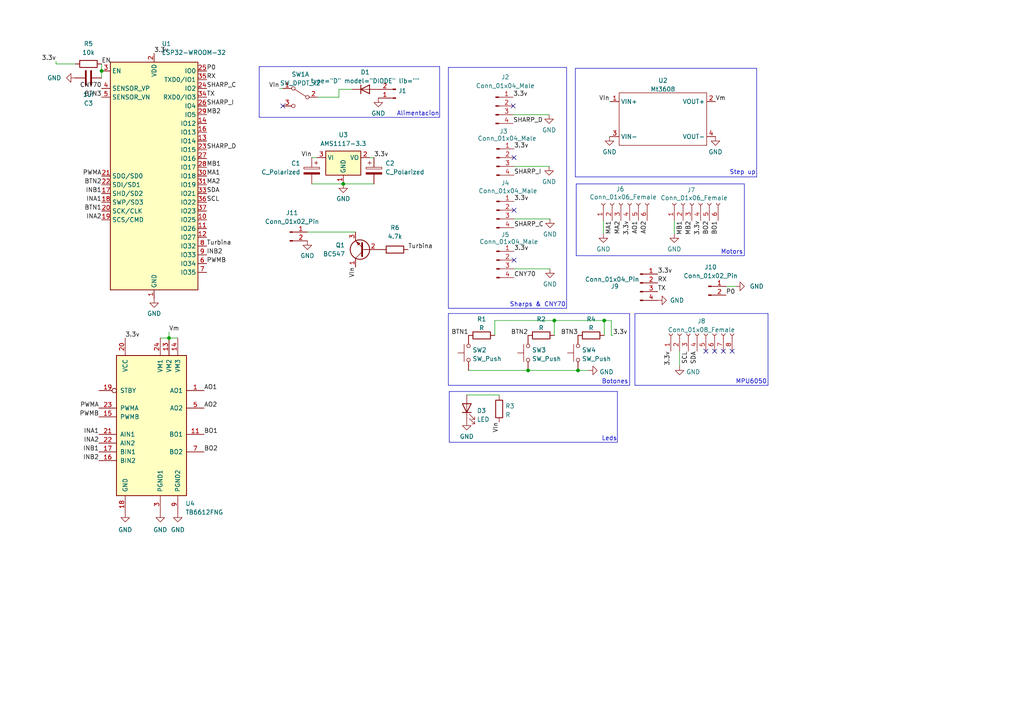
<source format=kicad_sch>
(kicad_sch (version 20230121) (generator eeschema)
  (paper "A4")
  (lib_symbols
    (symbol "Connector:Conn_01x02_Male" (pin_names (offset 1.016) hide)
      (property "Reference" "J" (at 0 2.54 0))
      (property "Value" "Conn_01x02_Male" (at 0 -5.08 0))
      (symbol "Conn_01x02_Male_1_1"
        (polyline (pts (xy 1.27 -2.54) (xy 0.8636 -2.54)) (stroke (width 0.1524)))
        (polyline (pts (xy 1.27 0) (xy 0.8636 0)) (stroke (width 0.1524)))
        (rectangle (start 0.8636 -2.413) (end 0 -2.667) (stroke (width 0.1524)) (fill (type outline)))
        (rectangle (start 0.8636 0.127) (end 0 -0.127) (stroke (width 0.1524)) (fill (type outline)))
        (pin passive line (at 5.08 0 180) (length 3.81) (name "Pin_1") (number "1"))
        (pin passive line (at 5.08 -2.54 180) (length 3.81) (name "Pin_2") (number "2"))
      )
    )
    (symbol "Connector:Conn_01x02_Pin" (pin_names (offset 1.016) hide)
      (property "Reference" "J" (at 0 2.54 0))
      (property "Value" "Conn_01x02_Pin" (at 0 -5.08 0))
      (symbol "Conn_01x02_Pin_1_1"
        (polyline (pts (xy 1.27 -2.54) (xy 0.8636 -2.54)) (stroke (width 0.1524)))
        (polyline (pts (xy 1.27 0) (xy 0.8636 0)) (stroke (width 0.1524)))
        (rectangle (start 0.8636 -2.413) (end 0 -2.667) (stroke (width 0.1524)) (fill (type outline)))
        (rectangle (start 0.8636 0.127) (end 0 -0.127) (stroke (width 0.1524)) (fill (type outline)))
        (pin passive line (at 5.08 0 180) (length 3.81) (name "Pin_1") (number "1"))
        (pin passive line (at 5.08 -2.54 180) (length 3.81) (name "Pin_2") (number "2"))
      )
    )
    (symbol "Connector:Conn_01x04_Male" (pin_names (offset 1.016) hide)
      (property "Reference" "J" (at 0 5.08 0))
      (property "Value" "Conn_01x04_Male" (at 0 -7.62 0))
      (symbol "Conn_01x04_Male_1_1"
        (polyline (pts (xy 1.27 -5.08) (xy 0.8636 -5.08)) (stroke (width 0.1524)))
        (polyline (pts (xy 1.27 -2.54) (xy 0.8636 -2.54)) (stroke (width 0.1524)))
        (polyline (pts (xy 1.27 0) (xy 0.8636 0)) (stroke (width 0.1524)))
        (polyline (pts (xy 1.27 2.54) (xy 0.8636 2.54)) (stroke (width 0.1524)))
        (rectangle (start 0.8636 -4.953) (end 0 -5.207) (stroke (width 0.1524)) (fill (type outline)))
        (rectangle (start 0.8636 -2.413) (end 0 -2.667) (stroke (width 0.1524)) (fill (type outline)))
        (rectangle (start 0.8636 0.127) (end 0 -0.127) (stroke (width 0.1524)) (fill (type outline)))
        (rectangle (start 0.8636 2.667) (end 0 2.413) (stroke (width 0.1524)) (fill (type outline)))
        (pin passive line (at 5.08 2.54 180) (length 3.81) (name "Pin_1") (number "1"))
        (pin passive line (at 5.08 0 180) (length 3.81) (name "Pin_2") (number "2"))
        (pin passive line (at 5.08 -2.54 180) (length 3.81) (name "Pin_3") (number "3"))
        (pin passive line (at 5.08 -5.08 180) (length 3.81) (name "Pin_4") (number "4"))
      )
    )
    (symbol "Connector:Conn_01x04_Pin" (pin_names (offset 1.016) hide)
      (property "Reference" "J" (at 0 5.08 0))
      (property "Value" "Conn_01x04_Pin" (at 0 -7.62 0))
      (symbol "Conn_01x04_Pin_1_1"
        (polyline (pts (xy 1.27 -5.08) (xy 0.8636 -5.08)) (stroke (width 0.1524)))
        (polyline (pts (xy 1.27 -2.54) (xy 0.8636 -2.54)) (stroke (width 0.1524)))
        (polyline (pts (xy 1.27 0) (xy 0.8636 0)) (stroke (width 0.1524)))
        (polyline (pts (xy 1.27 2.54) (xy 0.8636 2.54)) (stroke (width 0.1524)))
        (rectangle (start 0.8636 -4.953) (end 0 -5.207) (stroke (width 0.1524)) (fill (type outline)))
        (rectangle (start 0.8636 -2.413) (end 0 -2.667) (stroke (width 0.1524)) (fill (type outline)))
        (rectangle (start 0.8636 0.127) (end 0 -0.127) (stroke (width 0.1524)) (fill (type outline)))
        (rectangle (start 0.8636 2.667) (end 0 2.413) (stroke (width 0.1524)) (fill (type outline)))
        (pin passive line (at 5.08 2.54 180) (length 3.81) (name "Pin_1") (number "1"))
        (pin passive line (at 5.08 0 180) (length 3.81) (name "Pin_2") (number "2"))
        (pin passive line (at 5.08 -2.54 180) (length 3.81) (name "Pin_3") (number "3"))
        (pin passive line (at 5.08 -5.08 180) (length 3.81) (name "Pin_4") (number "4"))
      )
    )
    (symbol "Connector:Conn_01x06_Female" (pin_names (offset 1.016) hide)
      (property "Reference" "J" (at 0 7.62 0))
      (property "Value" "Conn_01x06_Female" (at 0 -10.16 0))
      (symbol "Conn_01x06_Female_1_1"
        (arc (start 0 -7.112) (mid -0.5058 -7.62) (end 0 -8.128) (stroke (width 0.1524)))
        (arc (start 0 -4.572) (mid -0.5058 -5.08) (end 0 -5.588) (stroke (width 0.1524)))
        (arc (start 0 -2.032) (mid -0.5058 -2.54) (end 0 -3.048) (stroke (width 0.1524)))
        (polyline (pts (xy -1.27 -7.62) (xy -0.508 -7.62)) (stroke (width 0.1524)))
        (polyline (pts (xy -1.27 -5.08) (xy -0.508 -5.08)) (stroke (width 0.1524)))
        (polyline (pts (xy -1.27 -2.54) (xy -0.508 -2.54)) (stroke (width 0.1524)))
        (polyline (pts (xy -1.27 0) (xy -0.508 0)) (stroke (width 0.1524)))
        (polyline (pts (xy -1.27 2.54) (xy -0.508 2.54)) (stroke (width 0.1524)))
        (polyline (pts (xy -1.27 5.08) (xy -0.508 5.08)) (stroke (width 0.1524)))
        (arc (start 0 0.508) (mid -0.5058 0) (end 0 -0.508) (stroke (width 0.1524)))
        (arc (start 0 3.048) (mid -0.5058 2.54) (end 0 2.032) (stroke (width 0.1524)))
        (arc (start 0 5.588) (mid -0.5058 5.08) (end 0 4.572) (stroke (width 0.1524)))
        (pin passive line (at -5.08 5.08 0) (length 3.81) (name "Pin_1") (number "1"))
        (pin passive line (at -5.08 2.54 0) (length 3.81) (name "Pin_2") (number "2"))
        (pin passive line (at -5.08 0 0) (length 3.81) (name "Pin_3") (number "3"))
        (pin passive line (at -5.08 -2.54 0) (length 3.81) (name "Pin_4") (number "4"))
        (pin passive line (at -5.08 -5.08 0) (length 3.81) (name "Pin_5") (number "5"))
        (pin passive line (at -5.08 -7.62 0) (length 3.81) (name "Pin_6") (number "6"))
      )
    )
    (symbol "Connector:Conn_01x08_Female" (pin_names (offset 1.016) hide)
      (property "Reference" "J" (at 0 10.16 0))
      (property "Value" "Conn_01x08_Female" (at 0 -12.7 0))
      (symbol "Conn_01x08_Female_1_1"
        (arc (start 0 -9.652) (mid -0.5058 -10.16) (end 0 -10.668) (stroke (width 0.1524)))
        (arc (start 0 -7.112) (mid -0.5058 -7.62) (end 0 -8.128) (stroke (width 0.1524)))
        (arc (start 0 -4.572) (mid -0.5058 -5.08) (end 0 -5.588) (stroke (width 0.1524)))
        (arc (start 0 -2.032) (mid -0.5058 -2.54) (end 0 -3.048) (stroke (width 0.1524)))
        (polyline (pts (xy -1.27 -10.16) (xy -0.508 -10.16)) (stroke (width 0.1524)))
        (polyline (pts (xy -1.27 -7.62) (xy -0.508 -7.62)) (stroke (width 0.1524)))
        (polyline (pts (xy -1.27 -5.08) (xy -0.508 -5.08)) (stroke (width 0.1524)))
        (polyline (pts (xy -1.27 -2.54) (xy -0.508 -2.54)) (stroke (width 0.1524)))
        (polyline (pts (xy -1.27 0) (xy -0.508 0)) (stroke (width 0.1524)))
        (polyline (pts (xy -1.27 2.54) (xy -0.508 2.54)) (stroke (width 0.1524)))
        (polyline (pts (xy -1.27 5.08) (xy -0.508 5.08)) (stroke (width 0.1524)))
        (polyline (pts (xy -1.27 7.62) (xy -0.508 7.62)) (stroke (width 0.1524)))
        (arc (start 0 0.508) (mid -0.5058 0) (end 0 -0.508) (stroke (width 0.1524)))
        (arc (start 0 3.048) (mid -0.5058 2.54) (end 0 2.032) (stroke (width 0.1524)))
        (arc (start 0 5.588) (mid -0.5058 5.08) (end 0 4.572) (stroke (width 0.1524)))
        (arc (start 0 8.128) (mid -0.5058 7.62) (end 0 7.112) (stroke (width 0.1524)))
        (pin passive line (at -5.08 7.62 0) (length 3.81) (name "Pin_1") (number "1"))
        (pin passive line (at -5.08 5.08 0) (length 3.81) (name "Pin_2") (number "2"))
        (pin passive line (at -5.08 2.54 0) (length 3.81) (name "Pin_3") (number "3"))
        (pin passive line (at -5.08 0 0) (length 3.81) (name "Pin_4") (number "4"))
        (pin passive line (at -5.08 -2.54 0) (length 3.81) (name "Pin_5") (number "5"))
        (pin passive line (at -5.08 -5.08 0) (length 3.81) (name "Pin_6") (number "6"))
        (pin passive line (at -5.08 -7.62 0) (length 3.81) (name "Pin_7") (number "7"))
        (pin passive line (at -5.08 -10.16 0) (length 3.81) (name "Pin_8") (number "8"))
      )
    )
    (symbol "Device:C" (pin_numbers hide) (pin_names (offset 0.254))
      (property "Reference" "C" (at 0.635 2.54 0))
      (property "Value" "C" (at 0.635 -2.54 0))
      (symbol "C_0_1"
        (polyline (pts (xy -2.032 -0.762) (xy 2.032 -0.762)) (stroke (width 0.508)))
        (polyline (pts (xy -2.032 0.762) (xy 2.032 0.762)) (stroke (width 0.508)))
      )
      (symbol "C_1_1"
        (pin passive line (at 0 3.81 270) (length 2.794) (name "~") (number "1"))
        (pin passive line (at 0 -3.81 90) (length 2.794) (name "~") (number "2"))
      )
    )
    (symbol "Device:C_Polarized" (pin_numbers hide) (pin_names (offset 0.254))
      (property "Reference" "C" (at 0.635 2.54 0))
      (property "Value" "C_Polarized" (at 0.635 -2.54 0))
      (symbol "C_Polarized_0_1"
        (rectangle (start -2.286 0.508) (end 2.286 1.016))
        (polyline (pts (xy -1.778 2.286) (xy -0.762 2.286)))
        (polyline (pts (xy -1.27 2.794) (xy -1.27 1.778)))
        (rectangle (start 2.286 -0.508) (end -2.286 -1.016) (fill (type outline)))
      )
      (symbol "C_Polarized_1_1"
        (pin passive line (at 0 3.81 270) (length 2.794) (name "~") (number "1"))
        (pin passive line (at 0 -3.81 90) (length 2.794) (name "~") (number "2"))
      )
    )
    (symbol "Device:LED" (pin_numbers hide) (pin_names (offset 1.016) hide)
      (property "Reference" "D" (at 0 2.54 0))
      (property "Value" "LED" (at 0 -2.54 0))
      (symbol "LED_0_1"
        (polyline (pts (xy -1.27 -1.27) (xy -1.27 1.27)) (stroke (width 0.254)))
        (polyline (pts (xy -1.27 0) (xy 1.27 0)))
        (polyline (pts (xy 1.27 -1.27) (xy 1.27 1.27) (xy -1.27 0) (xy 1.27 -1.27)) (stroke (width 0.254)))
        (polyline (pts (xy -3.048 -0.762) (xy -4.572 -2.286) (xy -3.81 -2.286) (xy -4.572 -2.286) (xy -4.572 -1.524)))
        (polyline (pts (xy -1.778 -0.762) (xy -3.302 -2.286) (xy -2.54 -2.286) (xy -3.302 -2.286) (xy -3.302 -1.524)))
      )
      (symbol "LED_1_1"
        (pin passive line (at -3.81 0 0) (length 2.54) (name "K") (number "1"))
        (pin passive line (at 3.81 0 180) (length 2.54) (name "A") (number "2"))
      )
    )
    (symbol "Device:R" (pin_numbers hide) (pin_names (offset 0))
      (property "Reference" "R" (at 2.032 0 90))
      (property "Value" "R" (at 0 0 90))
      (symbol "R_0_1"
        (rectangle (start -1.016 -2.54) (end 1.016 2.54) (stroke (width 0.254)))
      )
      (symbol "R_1_1"
        (pin passive line (at 0 3.81 270) (length 1.27) (name "~") (number "1"))
        (pin passive line (at 0 -3.81 90) (length 1.27) (name "~") (number "2"))
      )
    )
    (symbol "Driver_Motor:TB6612FNG" (pin_names (offset 1.016))
      (property "Reference" "U" (at 11.43 17.78 0))
      (property "Value" "TB6612FNG" (at 11.43 15.24 0))
      (symbol "TB6612FNG_0_1"
        (rectangle (start -10.16 20.32) (end 10.16 -20.32) (stroke (width 0.254)) (fill (type background)))
      )
      (symbol "TB6612FNG_1_1"
        (pin output line (at 15.24 10.16 180) (length 5.08) (name "AO1") (number "1"))
        (pin passive line (at 7.62 -25.4 90) (length 5.08) hide (name "PGND2") (number "10"))
        (pin output line (at 15.24 -2.54 180) (length 5.08) (name "BO1") (number "11"))
        (pin passive line (at 15.24 -2.54 180) (length 5.08) hide (name "BO1") (number "12"))
        (pin power_in line (at 5.08 25.4 270) (length 5.08) (name "VM2") (number "13"))
        (pin power_in line (at 7.62 25.4 270) (length 5.08) (name "VM3") (number "14"))
        (pin input line (at -15.24 2.54 0) (length 5.08) (name "PWMB") (number "15"))
        (pin input line (at -15.24 -10.16 0) (length 5.08) (name "BIN2") (number "16"))
        (pin input line (at -15.24 -7.62 0) (length 5.08) (name "BIN1") (number "17"))
        (pin power_in line (at -7.62 -25.4 90) (length 5.08) (name "GND") (number "18"))
        (pin input inverted (at -15.24 10.16 0) (length 5.08) (name "STBY") (number "19"))
        (pin passive line (at 15.24 10.16 180) (length 5.08) hide (name "AO1") (number "2"))
        (pin power_in line (at -7.62 25.4 270) (length 5.08) (name "VCC") (number "20"))
        (pin input line (at -15.24 -2.54 0) (length 5.08) (name "AIN1") (number "21"))
        (pin input line (at -15.24 -5.08 0) (length 5.08) (name "AIN2") (number "22"))
        (pin input line (at -15.24 5.08 0) (length 5.08) (name "PWMA") (number "23"))
        (pin power_in line (at 2.54 25.4 270) (length 5.08) (name "VM1") (number "24"))
        (pin power_in line (at 2.54 -25.4 90) (length 5.08) (name "PGND1") (number "3"))
        (pin passive line (at 2.54 -25.4 90) (length 5.08) hide (name "PGND1") (number "4"))
        (pin output line (at 15.24 5.08 180) (length 5.08) (name "AO2") (number "5"))
        (pin passive line (at 15.24 5.08 180) (length 5.08) hide (name "AO2") (number "6"))
        (pin output line (at 15.24 -7.62 180) (length 5.08) (name "BO2") (number "7"))
        (pin passive line (at 15.24 -7.62 180) (length 5.08) hide (name "BO2") (number "8"))
        (pin power_in line (at 7.62 -25.4 90) (length 5.08) (name "PGND2") (number "9"))
      )
    )
    (symbol "GND_1" (power) (pin_names (offset 0))
      (property "Value" "GND_1" (at 0 -3.81 0))
      (symbol "GND_1_0_1"
        (polyline (pts (xy 0 0) (xy 0 -1.27) (xy 1.27 -1.27) (xy 0 -2.54) (xy -1.27 -1.27) (xy 0 -1.27)))
      )
      (symbol "GND_1_1_1"
        (pin power_in line (at 0 0 270) (length 0) hide (name "GND") (number "1"))
      )
    )
    (symbol "RF_Module:ESP32-WROOM-32"
      (property "Reference" "U" (at -12.7 34.29 0))
      (property "Value" "ESP32-WROOM-32" (at 1.27 34.29 0))
      (symbol "ESP32-WROOM-32_0_1"
        (rectangle (start -12.7 33.02) (end 12.7 -33.02) (stroke (width 0.254)) (fill (type background)))
      )
      (symbol "ESP32-WROOM-32_1_1"
        (pin power_in line (at 0 -35.56 90) (length 2.54) (name "GND") (number "1"))
        (pin bidirectional line (at 15.24 -12.7 180) (length 2.54) (name "IO25") (number "10"))
        (pin bidirectional line (at 15.24 -15.24 180) (length 2.54) (name "IO26") (number "11"))
        (pin bidirectional line (at 15.24 -17.78 180) (length 2.54) (name "IO27") (number "12"))
        (pin bidirectional line (at 15.24 10.16 180) (length 2.54) (name "IO14") (number "13"))
        (pin bidirectional line (at 15.24 15.24 180) (length 2.54) (name "IO12") (number "14"))
        (pin passive line (at 0 -35.56 90) (length 2.54) hide (name "GND") (number "15"))
        (pin bidirectional line (at 15.24 12.7 180) (length 2.54) (name "IO13") (number "16"))
        (pin bidirectional line (at -15.24 -5.08 0) (length 2.54) (name "SHD/SD2") (number "17"))
        (pin bidirectional line (at -15.24 -7.62 0) (length 2.54) (name "SWP/SD3") (number "18"))
        (pin bidirectional line (at -15.24 -12.7 0) (length 2.54) (name "SCS/CMD") (number "19"))
        (pin power_in line (at 0 35.56 270) (length 2.54) (name "VDD") (number "2"))
        (pin bidirectional line (at -15.24 -10.16 0) (length 2.54) (name "SCK/CLK") (number "20"))
        (pin bidirectional line (at -15.24 0 0) (length 2.54) (name "SDO/SD0") (number "21"))
        (pin bidirectional line (at -15.24 -2.54 0) (length 2.54) (name "SDI/SD1") (number "22"))
        (pin bidirectional line (at 15.24 7.62 180) (length 2.54) (name "IO15") (number "23"))
        (pin bidirectional line (at 15.24 25.4 180) (length 2.54) (name "IO2") (number "24"))
        (pin bidirectional line (at 15.24 30.48 180) (length 2.54) (name "IO0") (number "25"))
        (pin bidirectional line (at 15.24 20.32 180) (length 2.54) (name "IO4") (number "26"))
        (pin bidirectional line (at 15.24 5.08 180) (length 2.54) (name "IO16") (number "27"))
        (pin bidirectional line (at 15.24 2.54 180) (length 2.54) (name "IO17") (number "28"))
        (pin bidirectional line (at 15.24 17.78 180) (length 2.54) (name "IO5") (number "29"))
        (pin input line (at -15.24 30.48 0) (length 2.54) (name "EN") (number "3"))
        (pin bidirectional line (at 15.24 0 180) (length 2.54) (name "IO18") (number "30"))
        (pin bidirectional line (at 15.24 -2.54 180) (length 2.54) (name "IO19") (number "31"))
        (pin no_connect line (at -12.7 -27.94 0) (length 2.54) hide (name "NC") (number "32"))
        (pin bidirectional line (at 15.24 -5.08 180) (length 2.54) (name "IO21") (number "33"))
        (pin bidirectional line (at 15.24 22.86 180) (length 2.54) (name "RXD0/IO3") (number "34"))
        (pin bidirectional line (at 15.24 27.94 180) (length 2.54) (name "TXD0/IO1") (number "35"))
        (pin bidirectional line (at 15.24 -7.62 180) (length 2.54) (name "IO22") (number "36"))
        (pin bidirectional line (at 15.24 -10.16 180) (length 2.54) (name "IO23") (number "37"))
        (pin passive line (at 0 -35.56 90) (length 2.54) hide (name "GND") (number "38"))
        (pin passive line (at 0 -35.56 90) (length 2.54) hide (name "GND") (number "39"))
        (pin input line (at -15.24 25.4 0) (length 2.54) (name "SENSOR_VP") (number "4"))
        (pin input line (at -15.24 22.86 0) (length 2.54) (name "SENSOR_VN") (number "5"))
        (pin input line (at 15.24 -25.4 180) (length 2.54) (name "IO34") (number "6"))
        (pin input line (at 15.24 -27.94 180) (length 2.54) (name "IO35") (number "7"))
        (pin bidirectional line (at 15.24 -20.32 180) (length 2.54) (name "IO32") (number "8"))
        (pin bidirectional line (at 15.24 -22.86 180) (length 2.54) (name "IO33") (number "9"))
      )
    )
    (symbol "Regulator_Linear:AMS1117-3.3"
      (property "Reference" "U" (at -3.81 3.175 0))
      (property "Value" "AMS1117-3.3" (at 0 3.175 0))
      (symbol "AMS1117-3.3_0_1"
        (rectangle (start -5.08 -5.08) (end 5.08 1.905) (stroke (width 0.254)) (fill (type background)))
      )
      (symbol "AMS1117-3.3_1_1"
        (pin power_in line (at 0 -7.62 90) (length 2.54) (name "GND") (number "1"))
        (pin power_out line (at 7.62 0 180) (length 2.54) (name "VO") (number "2"))
        (pin power_in line (at -7.62 0 0) (length 2.54) (name "VI") (number "3"))
      )
    )
    (symbol "Simulation_SPICE:DIODE" (pin_numbers hide) (pin_names (offset 1.016) hide)
      (property "Reference" "D" (at 0 2.54 0))
      (property "Value" "DIODE" (at 0 -2.54 0))
      (symbol "DIODE_0_1"
        (polyline (pts (xy 1.27 0) (xy -1.27 0)))
        (polyline (pts (xy 1.27 1.27) (xy 1.27 -1.27)) (stroke (width 0.254)))
        (polyline (pts (xy -1.27 -1.27) (xy -1.27 1.27) (xy 1.27 0) (xy -1.27 -1.27)) (stroke (width 0.254)))
      )
      (symbol "DIODE_1_1"
        (pin passive line (at -3.81 0 0) (length 2.54) (name "A") (number "1"))
        (pin passive line (at 3.81 0 180) (length 2.54) (name "K") (number "2"))
      )
    )
    (symbol "Switch:SW_DPDT_x2" (pin_names (offset 0) hide)
      (property "Reference" "SW" (at 0 4.318 0))
      (property "Value" "SW_DPDT_x2" (at 0 -5.08 0))
      (symbol "SW_DPDT_x2_0_0"
        (circle (center -2.032 0) (radius 0.508))
        (circle (center 2.032 -2.54) (radius 0.508))
      )
      (symbol "SW_DPDT_x2_0_1"
        (polyline (pts (xy -1.524 0.254) (xy 1.651 2.286)))
        (circle (center 2.032 2.54) (radius 0.508))
      )
      (symbol "SW_DPDT_x2_1_1"
        (pin passive line (at 5.08 2.54 180) (length 2.54) (name "A") (number "1"))
        (pin passive line (at -5.08 0 0) (length 2.54) (name "B") (number "2"))
        (pin passive line (at 5.08 -2.54 180) (length 2.54) (name "C") (number "3"))
      )
      (symbol "SW_DPDT_x2_2_1"
        (pin passive line (at 5.08 2.54 180) (length 2.54) (name "A") (number "4"))
        (pin passive line (at -5.08 0 0) (length 2.54) (name "B") (number "5"))
        (pin passive line (at 5.08 -2.54 180) (length 2.54) (name "C") (number "6"))
      )
    )
    (symbol "Switch:SW_Push" (pin_numbers hide) (pin_names (offset 1.016) hide)
      (property "Reference" "SW" (at 1.27 2.54 0))
      (property "Value" "SW_Push" (at 0 -1.524 0))
      (symbol "SW_Push_0_1"
        (circle (center -2.032 0) (radius 0.508))
        (polyline (pts (xy 0 1.27) (xy 0 3.048)))
        (polyline (pts (xy 2.54 1.27) (xy -2.54 1.27)))
        (circle (center 2.032 0) (radius 0.508))
        (pin passive line (at -5.08 0 0) (length 2.54) (name "1") (number "1"))
        (pin passive line (at 5.08 0 180) (length 2.54) (name "2") (number "2"))
      )
    )
    (symbol "Transistor_BJT:BC547" (pin_names (offset 0) hide)
      (property "Reference" "Q" (at 5.08 1.905 0))
      (property "Value" "BC547" (at 5.08 0 0))
      (symbol "BC547_0_1"
        (polyline (pts (xy 0 0) (xy 0.635 0)))
        (polyline (pts (xy 0.635 0.635) (xy 2.54 2.54)))
        (polyline (pts (xy 0.635 -0.635) (xy 2.54 -2.54) (xy 2.54 -2.54)))
        (polyline (pts (xy 0.635 1.905) (xy 0.635 -1.905) (xy 0.635 -1.905)) (stroke (width 0.508)))
        (polyline (pts (xy 1.27 -1.778) (xy 1.778 -1.27) (xy 2.286 -2.286) (xy 1.27 -1.778) (xy 1.27 -1.778)) (fill (type outline)))
        (circle (center 1.27 0) (radius 2.8194) (stroke (width 0.254)))
      )
      (symbol "BC547_1_1"
        (pin passive line (at 2.54 5.08 270) (length 2.54) (name "C") (number "1"))
        (pin input line (at -5.08 0 0) (length 5.08) (name "B") (number "2"))
        (pin passive line (at 2.54 -5.08 90) (length 2.54) (name "E") (number "3"))
      )
    )
    (symbol "power:GND" (power) (pin_names (offset 0))
      (property "Value" "GND" (at 0 -3.81 0))
      (symbol "GND_0_1"
        (polyline (pts (xy 0 0) (xy 0 -1.27) (xy 1.27 -1.27) (xy 0 -2.54) (xy -1.27 -1.27) (xy 0 -1.27)))
      )
      (symbol "GND_1_1"
        (pin power_in line (at 0 0 270) (length 0) hide (name "GND") (number "1"))
      )
    )
    (symbol "propios:Mt3608"
      (property "Reference" "U" (at 0 0 0))
      (property "Value" "Mt3608" (at 0 0 0))
      (symbol "Mt3608_0_1"
        (rectangle (start -12.7 -2.54) (end 12.7 -17.78))
      )
      (symbol "Mt3608_1_1"
        (pin input line (at -15.24 -5.08 0) (length 2.54) (name "VIN+") (number "1"))
        (pin input line (at 15.24 -5.08 180) (length 2.54) (name "VOUT+") (number "2"))
        (pin input line (at -15.24 -15.24 0) (length 2.54) (name "VIN-") (number "3"))
        (pin input line (at 15.24 -15.24 180) (length 2.54) (name "VOUT-") (number "4"))
      )
    )
  )
  (junction (at 167.64 107.442))
  (junction (at 29.464 20.574))
  (junction (at 153.162 107.442))
  (junction (at 49.022 98.044))
  (junction (at 175.26 92.964))
  (junction (at 99.568 53.34))
  (junction (at 160.782 92.964))
  (no_connect (at 148.844 30.734))
  (no_connect (at 149.098 45.72))
  (no_connect (at 209.804 101.854))
  (no_connect (at 149.098 75.438))
  (no_connect (at 207.264 101.854))
  (no_connect (at 204.724 101.854))
  (no_connect (at 82.042 30.734))
  (no_connect (at 212.344 101.854))
  (no_connect (at 149.098 60.96))
  (wire (pts (xy 135.382 114.554) (xy 144.78 114.554)))
  (wire (pts (xy 135.89 107.442) (xy 153.162 107.442)))
  (wire (pts (xy 159.512 77.978) (xy 149.098 77.978)))
  (wire (pts (xy 159.258 48.26) (xy 149.098 48.26)))
  (wire (pts (xy 144.78 114.554) (xy 144.78 114.808)))
  (wire (pts (xy 81.026 25.654) (xy 82.042 25.654)))
  (wire (pts (xy 49.022 96.266) (xy 49.022 98.044)))
  (polyline (pts (xy 127.508 19.304) (xy 75.184 19.304)))
  (polyline (pts (xy 219.456 51.308) (xy 166.878 51.308)))
  (polyline (pts (xy 167.132 53.34) (xy 215.9 53.34)))
  (polyline (pts (xy 184.15 111.76) (xy 184.15 90.932)))
  (wire (pts (xy 177.8 97.282) (xy 177.292 97.282)))
  (polyline (pts (xy 130.302 128.27) (xy 130.302 113.538)))
  (polyline (pts (xy 179.07 128.27) (xy 130.302 128.27)))
  (polyline (pts (xy 166.878 19.812) (xy 166.878 51.308)))
  (wire (pts (xy 21.844 18.542) (xy 16.256 18.542)))
  (polyline (pts (xy 130.048 111.76) (xy 130.048 90.932)))
  (polyline (pts (xy 75.184 34.036) (xy 127.508 34.036)))
  (wire (pts (xy 49.022 98.044) (xy 51.562 98.044)))
  (polyline (pts (xy 222.758 90.932) (xy 222.758 111.76)))
  (polyline (pts (xy 127.508 34.036) (xy 127.508 19.304)))
  (wire (pts (xy 175.26 92.964) (xy 177.292 92.964)))
  (wire (pts (xy 99.568 53.34) (xy 108.458 53.34)))
  (wire (pts (xy 16.256 18.542) (xy 16.256 17.78)))
  (wire (pts (xy 90.424 53.34) (xy 99.568 53.34)))
  (polyline (pts (xy 130.302 113.538) (xy 179.07 113.538)))
  (wire (pts (xy 160.782 97.282) (xy 160.782 92.964)))
  (wire (pts (xy 160.782 92.964) (xy 175.26 92.964)))
  (polyline (pts (xy 219.456 19.812) (xy 219.456 51.308)))
  (wire (pts (xy 98.298 28.194) (xy 92.202 28.194)))
  (polyline (pts (xy 130.048 89.408) (xy 164.338 89.408)))
  (wire (pts (xy 153.162 107.442) (xy 167.64 107.442)))
  (wire (pts (xy 167.64 107.442) (xy 170.688 107.442)))
  (wire (pts (xy 175.26 97.282) (xy 175.26 92.964)))
  (wire (pts (xy 103.124 67.31) (xy 89.154 67.31)))
  (polyline (pts (xy 182.626 90.932) (xy 182.626 111.76)))
  (wire (pts (xy 159.512 63.5) (xy 149.098 63.5)))
  (polyline (pts (xy 75.184 19.304) (xy 75.184 34.036)))
  (wire (pts (xy 176.784 39.624) (xy 177.038 39.624)))
  (polyline (pts (xy 215.9 74.168) (xy 167.132 74.168)))
  (wire (pts (xy 177.292 92.964) (xy 177.292 97.282)))
  (wire (pts (xy 29.464 20.574) (xy 29.464 22.606)))
  (wire (pts (xy 175.006 67.818) (xy 175.006 64.008)))
  (polyline (pts (xy 166.878 19.812) (xy 219.456 19.812)))
  (wire (pts (xy 143.51 92.964) (xy 160.782 92.964)))
  (polyline (pts (xy 179.07 113.538) (xy 179.07 128.27)))
  (polyline (pts (xy 164.338 19.558) (xy 130.048 19.558)))
  (wire (pts (xy 197.104 106.172) (xy 197.104 101.854)))
  (polyline (pts (xy 130.048 90.932) (xy 182.626 90.932)))
  (wire (pts (xy 195.58 67.818) (xy 195.58 64.008)))
  (polyline (pts (xy 164.338 89.408) (xy 164.338 19.558)))
  (polyline (pts (xy 184.15 90.932) (xy 222.758 90.932)))
  (wire (pts (xy 90.424 45.72) (xy 91.948 45.72)))
  (wire (pts (xy 108.458 45.72) (xy 107.188 45.72)))
  (wire (pts (xy 102.108 25.908) (xy 98.298 25.908)))
  (wire (pts (xy 98.298 25.908) (xy 98.298 28.194)))
  (polyline (pts (xy 215.9 53.34) (xy 215.9 74.168)))
  (wire (pts (xy 213.36 83.058) (xy 210.566 83.058)))
  (polyline (pts (xy 182.626 111.76) (xy 130.048 111.76)))
  (wire (pts (xy 143.51 97.282) (xy 143.51 92.964)))
  (wire (pts (xy 46.482 98.044) (xy 49.022 98.044)))
  (wire (pts (xy 159.258 33.274) (xy 148.844 33.274)))
  (polyline (pts (xy 184.15 111.76) (xy 222.758 111.76)))
  (polyline (pts (xy 130.048 19.558) (xy 130.048 89.408)))
  (wire (pts (xy 29.464 18.542) (xy 29.464 20.574)))
  (polyline (pts (xy 167.132 53.34) (xy 167.132 74.168)))
  (polyline (pts (xy 75.184 19.304) (xy 75.184 19.304)))
  (wire (pts (xy 176.784 29.464) (xy 177.038 29.464)))
  (text "Motors\n" (at 209.042 73.914 0) (effects (font (size 1.27 1.27)) (justify left bottom)))
  (text "Sharps & CNY70" (at 147.828 89.154 0) (effects (font (size 1.27 1.27)) (justify left bottom)))
  (text "Leds" (at 174.498 128.016 0) (effects (font (size 1.27 1.27)) (justify left bottom)))
  (text "Step up\n" (at 211.582 50.8 0) (effects (font (size 1.27 1.27)) (justify left bottom)))
  (text "Botones\n" (at 174.498 111.506 0) (effects (font (size 1.27 1.27)) (justify left bottom)))
  (text "MPU6050\n" (at 213.36 111.506 0) (effects (font (size 1.27 1.27)) (justify left bottom)))
  (text "Alimentacion\n" (at 115.062 33.782 0) (effects (font (size 1.27 1.27)) (justify left bottom)))
  (label "BTN1" (at 29.464 61.214 180))
  (label "Turbina" (at 118.364 72.39 0))
  (label "BO1" (at 59.182 125.984 0))
  (label "SCL" (at 59.944 58.674 0))
  (label "SDA" (at 59.944 56.134 0))
  (label "RX" (at 190.754 82.042 0))
  (label "3.3v" (at 190.754 79.502 0))
  (label "3.3v" (at 16.256 17.78 180))
  (label "P0" (at 210.566 85.598 0))
  (label "INB2" (at 59.944 73.914 0))
  (label "Vm" (at 207.518 29.464 0))
  (label "EN" (at 29.464 18.542 0))
  (label "BTN2" (at 29.464 53.594 180))
  (label "3.3v" (at 182.626 64.008 270))
  (label "CNY70" (at 29.464 25.654 180))
  (label "BTN1" (at 135.89 97.282 180))
  (label "MA2" (at 180.086 64.008 270))
  (label "BTN3" (at 167.64 97.282 180))
  (label "P0" (at 59.944 20.574 0))
  (label "AO2" (at 187.706 64.008 270))
  (label "TX" (at 190.754 84.582 0))
  (label "PWMB" (at 28.702 120.904 180))
  (label "SHARP_I" (at 59.944 30.734 0))
  (label "MA1" (at 177.546 64.008 270))
  (label "3.3v" (at 36.322 98.044 0))
  (label "INB1" (at 29.464 56.134 180))
  (label "VIn" (at 81.026 25.654 180))
  (label "SHARP_C" (at 149.098 66.04 0))
  (label "INA2" (at 29.464 63.754 180))
  (label "3.3v" (at 177.8 97.282 0))
  (label "AO1" (at 59.182 113.284 0))
  (label "VIn" (at 103.124 77.47 270))
  (label "MA2" (at 59.944 53.594 0))
  (label "BTN3" (at 29.464 28.194 180))
  (label "3.3v" (at 194.564 101.854 270))
  (label "3.3v" (at 149.098 43.18 0))
  (label "VIn" (at 176.784 29.464 180))
  (label "INB2" (at 28.702 133.604 180))
  (label "SDA" (at 202.184 101.854 270))
  (label "SHARP_C" (at 59.944 25.654 0))
  (label "3.3v" (at 148.844 28.194 0))
  (label "3.3v" (at 108.458 45.72 0))
  (label "PWMA" (at 29.464 51.054 180))
  (label "VIn" (at 90.424 45.72 180))
  (label "SHARP_D" (at 59.944 43.434 0))
  (label "INA1" (at 29.464 58.674 180))
  (label "Turbina" (at 59.944 71.374 0))
  (label "RX" (at 59.944 23.114 0))
  (label "MB1" (at 198.12 64.008 270))
  (label "3.3v" (at 203.2 64.008 270))
  (label "BO2" (at 59.182 131.064 0))
  (label "SHARP_I" (at 149.098 50.8 0))
  (label "INB1" (at 28.702 131.064 180))
  (label "PWMB" (at 59.944 76.454 0))
  (label "3.3v" (at 149.098 72.898 0))
  (label "BO1" (at 208.28 64.008 270))
  (label "SHARP_D" (at 148.844 35.814 0))
  (label "VIn" (at 144.78 122.428 270))
  (label "BTN2" (at 153.162 97.282 180))
  (label "MB2" (at 200.66 64.008 270))
  (label "BO2" (at 205.74 64.008 270))
  (label "TX" (at 59.944 28.194 0))
  (label "PWMA" (at 28.702 118.364 180))
  (label "AO2" (at 59.182 118.364 0))
  (label "AO1" (at 185.166 64.008 270))
  (label "MB2" (at 59.944 33.274 0))
  (label "3.3v" (at 44.704 15.494 0))
  (label "3.3v" (at 149.098 58.42 0))
  (label "SCL" (at 199.644 101.854 270))
  (label "MB1" (at 59.944 48.514 0))
  (label "INA1" (at 28.702 125.984 180))
  (label "CNY70" (at 149.098 80.518 0))
  (label "Vm" (at 49.022 96.266 0))
  (label "MA1" (at 59.944 51.054 0))
  (label "INA2" (at 28.702 128.524 180))
  (symbol (lib_id "Connector:Conn_01x04_Pin") (at 185.674 82.042 0) (unit 1)
    (property "Reference" "J9" (at 178.308 83.058 0))
    (property "Value" "Conn_01x04_Pin" (at 177.546 81.026 0))
    (property "Footprint" "Connector_PinHeader_2.54mm:PinHeader_1x04_P2.54mm_Vertical" (effects hide))
  )
  (symbol (lib_id "power:GND") (at 213.36 83.058 90) (unit 1)
    (property "Reference" "#PWR019" (effects hide))
    (property "Value" "GND" (at 217.424 83.058 90) (effects (justify right)))
  )
  (symbol (lib_id "Connector:Conn_01x04_Male") (at 144.018 75.438 0) (unit 1)
    (property "Reference" "J5" (at 146.558 68.072 0))
    (property "Value" "Conn_01x04_Male" (at 147.574 70.104 0))
    (property "Footprint" "Connector_PinHeader_2.54mm:PinHeader_1x04_P2.54mm_Vertical" (effects hide))
  )
  (symbol (lib_id "power:GND") (at 207.518 39.624 0) (unit 1)
    (property "Reference" "#PWR08" (effects hide))
    (property "Value" "GND" (at 207.518 44.0674 0))
  )
  (symbol (lib_id "power:GND") (at 197.104 106.172 0) (unit 1)
    (property "Reference" "#PWR012" (effects hide))
    (property "Value" "GND" (at 199.009 107.8758 0) (effects (justify left)))
  )
  (symbol (lib_id "Device:R") (at 114.554 72.39 270) (mirror x) (unit 1)
    (property "Reference" "R6" (at 114.554 66.04 90))
    (property "Value" "4.7k" (at 114.554 68.58 90))
    (property "Footprint" "Resistor_SMD:R_1206_3216Metric_Pad1.30x1.75mm_HandSolder" (effects hide))
  )
  (symbol (lib_name "GND_1") (lib_id "power:GND") (at 21.844 22.606 270) (unit 1)
    (property "Reference" "#PWR022" (effects hide))
    (property "Value" "GND" (at 17.78 22.606 90) (effects (justify right)))
  )
  (symbol (lib_id "power:GND") (at 109.728 28.448 0) (unit 1)
    (property "Reference" "#PWR01" (effects hide))
    (property "Value" "GND" (at 109.728 32.8914 0))
  )
  (symbol (lib_id "Connector:Conn_01x02_Male") (at 114.808 28.448 180) (unit 1)
    (property "Reference" "J1" (at 115.5192 26.3433 0) (effects (justify right)))
    (property "Value" "Conn_01x02_Male" (effects hide))
    (property "Footprint" "Connector_PinHeader_2.54mm:PinHeader_1x02_P2.54mm_Vertical" (effects hide))
  )
  (symbol (lib_id "power:GND") (at 190.754 87.122 90) (unit 1)
    (property "Reference" "#PWR017" (effects hide))
    (property "Value" "GND" (at 194.31 87.122 90) (effects (justify right)))
  )
  (symbol (lib_id "power:GND") (at 175.006 67.818 0) (unit 1)
    (property "Reference" "#PWR09" (effects hide))
    (property "Value" "GND" (at 175.006 72.2614 0))
  )
  (symbol (lib_name "GND_1") (lib_id "power:GND") (at 99.568 53.34 0) (unit 1)
    (property "Reference" "#PWR02" (effects hide))
    (property "Value" "GND" (at 99.568 57.658 0))
  )
  (symbol (lib_id "Regulator_Linear:AMS1117-3.3") (at 99.568 45.72 0) (unit 1)
    (property "Reference" "U3" (at 99.568 39.116 0))
    (property "Value" "AMS1117-3.3" (at 99.568 41.656 0))
    (property "Footprint" "Package_TO_SOT_SMD:SOT-223-3_TabPin2" (effects hide))
    (property "Datasheet" "http://www.advanced-monolithic.com/pdf/ds1117.pdf" (effects hide))
  )
  (symbol (lib_id "power:GND") (at 51.562 148.844 0) (unit 1)
    (property "Reference" "#PWR021" (effects hide))
    (property "Value" "GND" (at 51.562 153.67 0))
  )
  (symbol (lib_id "Device:R") (at 144.78 118.618 0) (unit 1)
    (property "Reference" "R3" (at 146.558 117.7833 0) (effects (justify left)))
    (property "Value" "R" (at 146.558 120.3202 0) (effects (justify left)))
    (property "Footprint" "Resistor_SMD:R_1210_3225Metric" (effects hide))
  )
  (symbol (lib_name "GND_1") (lib_id "power:GND") (at 44.704 86.614 0) (unit 1)
    (property "Reference" "#PWR015" (effects hide))
    (property "Value" "GND" (at 44.704 90.932 0))
  )
  (symbol (lib_id "Connector:Conn_01x04_Male") (at 144.018 60.96 0) (unit 1)
    (property "Reference" "J4" (at 146.558 53.086 0))
    (property "Value" "Conn_01x04_Male" (at 147.32 55.372 0))
    (property "Footprint" "Connector_PinHeader_2.54mm:PinHeader_1x04_P2.54mm_Vertical" (effects hide))
  )
  (symbol (lib_id "Connector:Conn_01x08_Female") (at 202.184 96.774 90) (unit 1)
    (property "Reference" "J8" (at 203.454 93.125 90))
    (property "Value" "Conn_01x08_Female" (at 203.454 95.6619 90))
    (property "Footprint" "Connector_PinSocket_2.54mm:PinSocket_1x08_P2.54mm_Vertical" (effects hide))
  )
  (symbol (lib_id "power:GND") (at 135.382 122.174 0) (unit 1)
    (property "Reference" "#PWR014" (effects hide))
    (property "Value" "GND" (at 135.382 126.6174 0))
  )
  (symbol (lib_id "power:GND") (at 159.258 48.26 0) (unit 1)
    (property "Reference" "#PWR04" (effects hide))
    (property "Value" "GND" (at 159.258 52.7034 0))
  )
  (symbol (lib_id "power:GND") (at 176.784 39.624 0) (unit 1)
    (property "Reference" "#PWR07" (effects hide))
    (property "Value" "GND" (at 176.784 44.0674 0))
  )
  (symbol (lib_id "Connector:Conn_01x04_Male") (at 143.764 30.734 0) (unit 1)
    (property "Reference" "J2" (at 146.558 22.352 0))
    (property "Value" "Conn_01x04_Male" (at 146.558 24.892 0))
    (property "Footprint" "Connector_PinHeader_2.54mm:PinHeader_1x04_P2.54mm_Vertical" (effects hide))
  )
  (symbol (lib_id "Device:C_Polarized") (at 108.458 49.53 0) (unit 1)
    (property "Reference" "C2" (at 111.76 47.371 0) (effects (justify left)))
    (property "Value" "C_Polarized" (at 111.76 49.911 0) (effects (justify left)))
    (property "Footprint" "Capacitor_SMD:C_1210_3225Metric_Pad1.33x2.70mm_HandSolder" (effects hide))
  )
  (symbol (lib_id "power:GND") (at 46.482 148.844 0) (unit 1)
    (property "Reference" "#PWR020" (effects hide))
    (property "Value" "GND" (at 46.482 153.67 0))
  )
  (symbol (lib_id "Device:C_Polarized") (at 90.424 49.53 0) (mirror y) (unit 1)
    (property "Reference" "C1" (at 87.122 47.371 0) (effects (justify left)))
    (property "Value" "C_Polarized" (at 87.122 49.911 0) (effects (justify left)))
    (property "Footprint" "Capacitor_SMD:C_1210_3225Metric_Pad1.33x2.70mm_HandSolder" (effects hide))
  )
  (symbol (lib_id "power:GND") (at 159.512 63.5 0) (unit 1)
    (property "Reference" "#PWR05" (effects hide))
    (property "Value" "GND" (at 159.512 67.9434 0))
  )
  (symbol (lib_id "Device:R") (at 171.45 97.282 90) (unit 1)
    (property "Reference" "R4" (at 171.45 92.5662 90))
    (property "Value" "R" (at 171.45 95.1031 90))
    (property "Footprint" "Resistor_SMD:R_1210_3225Metric" (effects hide))
  )
  (symbol (lib_name "GND_1") (lib_id "power:GND") (at 89.154 69.85 0) (unit 1)
    (property "Reference" "#PWR013" (effects hide))
    (property "Value" "GND" (at 89.154 74.168 0))
  )
  (symbol (lib_id "Switch:SW_Push") (at 153.162 102.362 90) (unit 1)
    (property "Reference" "SW3" (at 154.305 101.5273 90) (effects (justify right)))
    (property "Value" "SW_Push" (at 154.305 104.0642 90) (effects (justify right)))
    (property "Footprint" "Button_Switch_THT:SW_PUSH_6mm" (effects hide))
  )
  (symbol (lib_id "Connector:Conn_01x02_Pin") (at 205.486 83.058 0) (unit 1)
    (property "Reference" "J10" (at 206.121 77.47 0))
    (property "Value" "Conn_01x02_Pin" (at 206.121 80.01 0))
    (property "Footprint" "Connector_PinHeader_2.54mm:PinHeader_1x02_P2.54mm_Vertical" (effects hide))
  )
  (symbol (lib_id "Connector:Conn_01x06_Female") (at 200.66 58.928 90) (unit 1)
    (property "Reference" "J7" (at 201.676 55.118 90) (effects (justify left)))
    (property "Value" "Conn_01x06_Female" (at 211.074 57.404 90) (effects (justify left)))
    (property "Footprint" "Connector_PinHeader_2.54mm:PinHeader_1x06_P2.54mm_Vertical" (effects hide))
  )
  (symbol (lib_id "Switch:SW_DPDT_x2") (at 87.122 28.194 0) (mirror y) (unit 1)
    (property "Reference" "SW1" (at 87.122 21.5732 0))
    (property "Value" "SW_DPDT_x2" (at 87.122 24.1101 0))
    (property "Footprint" "Button_Switch_THT:SW_Slide_1P2T_CK_OS102011MS2Q" (effects hide))
  )
  (symbol (lib_id "Device:R") (at 156.972 97.282 270) (unit 1)
    (property "Reference" "R2" (at 156.972 92.5662 90))
    (property "Value" "R" (at 156.972 95.1031 90))
    (property "Footprint" "Resistor_SMD:R_1210_3225Metric" (effects hide))
  )
  (symbol (lib_id "Switch:SW_Push") (at 167.64 102.362 90) (unit 1)
    (property "Reference" "SW4" (at 168.783 101.5273 90) (effects (justify right)))
    (property "Value" "SW_Push" (at 168.783 104.0642 90) (effects (justify right)))
    (property "Footprint" "Button_Switch_THT:SW_PUSH_6mm" (effects hide))
  )
  (symbol (lib_id "Device:R") (at 25.654 18.542 90) (unit 1)
    (property "Reference" "R5" (at 25.654 12.7 90))
    (property "Value" "10k" (at 25.654 15.24 90))
    (property "Footprint" "Resistor_SMD:R_1210_3225Metric" (effects hide))
  )
  (symbol (lib_id "Connector:Conn_01x02_Pin") (at 84.074 67.31 0) (unit 1)
    (property "Reference" "J11" (at 84.709 61.722 0))
    (property "Value" "Conn_01x02_Pin" (at 84.709 64.262 0))
    (property "Footprint" "Connector_PinHeader_2.54mm:PinHeader_1x02_P2.54mm_Vertical" (effects hide))
  )
  (symbol (lib_id "power:GND") (at 159.512 77.978 0) (unit 1)
    (property "Reference" "#PWR06" (effects hide))
    (property "Value" "GND" (at 159.512 82.4214 0))
  )
  (symbol (lib_id "Device:C") (at 25.654 22.606 270) (unit 1)
    (property "Reference" "C3" (at 25.654 29.972 90))
    (property "Value" "1uf" (at 25.654 27.432 90))
    (property "Footprint" "Capacitor_SMD:C_1210_3225Metric_Pad1.33x2.70mm_HandSolder" (effects hide))
  )
  (symbol (lib_id "Device:R") (at 139.7 97.282 90) (unit 1)
    (property "Reference" "R1" (at 139.7 92.5662 90))
    (property "Value" "R" (at 139.7 95.1031 90))
    (property "Footprint" "Resistor_SMD:R_1210_3225Metric" (effects hide))
  )
  (symbol (lib_id "power:GND") (at 170.688 107.442 90) (unit 1)
    (property "Reference" "#PWR011" (effects hide))
    (property "Value" "GND" (at 173.863 107.8758 90) (effects (justify right)))
  )
  (symbol (lib_id "power:GND") (at 159.258 33.274 0) (unit 1)
    (property "Reference" "#PWR03" (effects hide))
    (property "Value" "GND" (at 159.258 37.7174 0))
  )
  (symbol (lib_id "Switch:SW_Push") (at 135.89 102.362 90) (unit 1)
    (property "Reference" "SW2" (at 137.033 101.5273 90) (effects (justify right)))
    (property "Value" "SW_Push" (at 137.033 104.0642 90) (effects (justify right)))
    (property "Footprint" "Button_Switch_THT:SW_PUSH_6mm" (effects hide))
  )
  (symbol (lib_id "Connector:Conn_01x04_Male") (at 144.018 45.72 0) (unit 1)
    (property "Reference" "J3" (at 146.05 38.1 0))
    (property "Value" "Conn_01x04_Male" (at 147.066 40.132 0))
    (property "Footprint" "Connector_PinHeader_2.54mm:PinHeader_1x04_P2.54mm_Vertical" (effects hide))
  )
  (symbol (lib_id "Simulation_SPICE:DIODE") (at 105.918 25.908 180) (unit 1)
    (property "Reference" "D1" (at 105.918 20.9382 0))
    (property "Value" "${SIM.PARAMS}" (at 105.918 23.4751 0))
    (property "Footprint" "Diode_THT:D_A-405_P2.54mm_Vertical_AnodeUp" (effects hide))
    (property "Sim.Device" "SPICE" (effects hide))
    (property "Sim.Params" "type=\"D\" model=\"DIODE\" lib=\"\"" (effects hide))
    (property "Sim.Pins" "1=1 2=2" (effects hide))
  )
  (symbol (lib_id "propios:Mt3608") (at 192.278 24.384 0) (unit 1)
    (property "Reference" "U2" (at 192.278 23.3512 0))
    (property "Value" "Mt3608" (at 192.278 25.8881 0))
    (property "Footprint" "propios:Sx1308" (effects hide))
  )
  (symbol (lib_id "Connector:Conn_01x06_Female") (at 180.086 58.928 90) (unit 1)
    (property "Reference" "J6" (at 181.102 54.864 90) (effects (justify left)))
    (property "Value" "Conn_01x06_Female" (at 190.5 57.15 90) (effects (justify left)))
    (property "Footprint" "Connector_PinHeader_2.54mm:PinHeader_1x06_P2.54mm_Vertical" (effects hide))
  )
  (symbol (lib_id "power:GND") (at 195.58 67.818 0) (unit 1)
    (property "Reference" "#PWR010" (effects hide))
    (property "Value" "GND" (at 195.58 72.2614 0))
  )
  (symbol (lib_id "RF_Module:ESP32-WROOM-32") (at 44.704 51.054 0) (unit 1)
    (property "Reference" "U1" (at 46.8981 12.7 0) (effects (justify left)))
    (property "Value" "ESP32-WROOM-32" (at 46.8981 15.24 0) (effects (justify left)))
    (property "Footprint" "RF_Module:ESP32-WROOM-32" (effects hide))
    (property "Datasheet" "https://www.espressif.com/sites/default/files/documentation/esp32-wroom-32_datasheet_en.pdf" (effects hide))
  )
  (symbol (lib_id "Driver_Motor:TB6612FNG") (at 43.942 123.444 0) (unit 1)
    (property "Reference" "U4" (at 53.7561 146.05 0) (effects (justify left)))
    (property "Value" "TB6612FNG" (at 53.7561 148.59 0) (effects (justify left)))
    (property "Footprint" "Package_SO:SSOP-24_5.3x8.2mm_P0.65mm" (effects hide))
    (property "Datasheet" "https://toshiba.semicon-storage.com/us/product/linear/motordriver/detail.TB6612FNG.html" (effects hide))
  )
  (symbol (lib_id "Transistor_BJT:BC547") (at 105.664 72.39 180) (unit 1)
    (property "Reference" "Q1" (at 100.076 71.12 0) (effects (justify left)))
    (property "Value" "BC547" (at 100.076 73.66 0) (effects (justify left)))
    (property "Footprint" "Package_TO_SOT_THT:TO-92_Wide" (effects hide))
    (property "Datasheet" "https://www.onsemi.com/pub/Collateral/BC550-D.pdf" (effects hide))
  )
  (symbol (lib_id "Device:LED") (at 135.382 118.364 90) (unit 1)
    (property "Reference" "D3" (at 138.303 119.1168 90) (effects (justify right)))
    (property "Value" "LED" (at 138.303 121.6537 90) (effects (justify right)))
    (property "Footprint" "LED_THT:LED_D3.0mm" (effects hide))
  )
  (symbol (lib_id "power:GND") (at 36.322 148.844 0) (unit 1)
    (property "Reference" "#PWR018" (effects hide))
    (property "Value" "GND" (at 36.322 153.67 0))
  )
)
</source>
